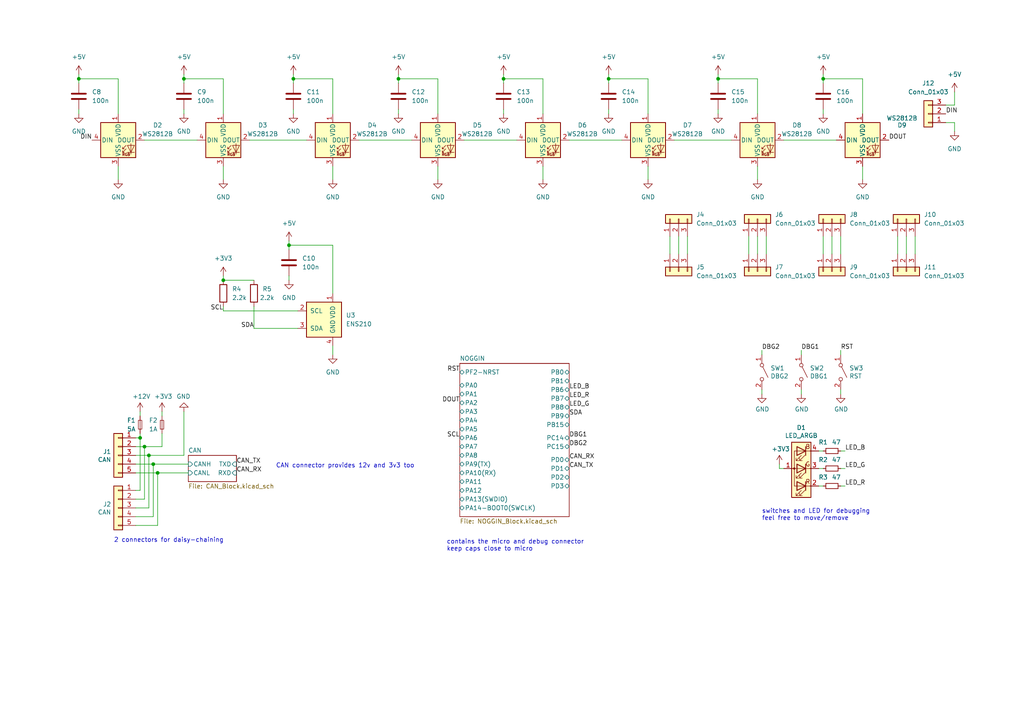
<source format=kicad_sch>
(kicad_sch (version 20211123) (generator eeschema)
  (paper "A4")
  (lib_symbols
    (symbol "Connector_Generic:Conn_01x03" (pin_names (offset 1.016) hide)
      (property "Reference" "J" (at 0 5.08 0))
      (property "Value" "Conn_01x03" (at 0 -5.08 0))
      (symbol "Conn_01x03_1_1"
        (rectangle (start -1.27 -2.413) (end 0 -2.667) (stroke (width 0.1524)))
        (rectangle (start -1.27 0.127) (end 0 -0.127) (stroke (width 0.1524)))
        (rectangle (start -1.27 2.667) (end 0 2.413) (stroke (width 0.1524)))
        (rectangle (start -1.27 3.81) (end 1.27 -3.81) (stroke (width 0.254)) (fill (type background)))
        (pin passive line (at -5.08 2.54 0) (length 3.81) (name "Pin_1") (number "1"))
        (pin passive line (at -5.08 0 0) (length 3.81) (name "Pin_2") (number "2"))
        (pin passive line (at -5.08 -2.54 0) (length 3.81) (name "Pin_3") (number "3"))
      )
    )
    (symbol "Connector_Generic:Conn_01x05" (pin_names (offset 1.016) hide)
      (property "Reference" "J" (at 0 7.62 0))
      (property "Value" "Conn_01x05" (at 0 -7.62 0))
      (symbol "Conn_01x05_1_1"
        (rectangle (start -1.27 -4.953) (end 0 -5.207) (stroke (width 0.1524)))
        (rectangle (start -1.27 -2.413) (end 0 -2.667) (stroke (width 0.1524)))
        (rectangle (start -1.27 0.127) (end 0 -0.127) (stroke (width 0.1524)))
        (rectangle (start -1.27 2.667) (end 0 2.413) (stroke (width 0.1524)))
        (rectangle (start -1.27 5.207) (end 0 4.953) (stroke (width 0.1524)))
        (rectangle (start -1.27 6.35) (end 1.27 -6.35) (stroke (width 0.254)) (fill (type background)))
        (pin passive line (at -5.08 5.08 0) (length 3.81) (name "Pin_1") (number "1"))
        (pin passive line (at -5.08 2.54 0) (length 3.81) (name "Pin_2") (number "2"))
        (pin passive line (at -5.08 0 0) (length 3.81) (name "Pin_3") (number "3"))
        (pin passive line (at -5.08 -2.54 0) (length 3.81) (name "Pin_4") (number "4"))
        (pin passive line (at -5.08 -5.08 0) (length 3.81) (name "Pin_5") (number "5"))
      )
    )
    (symbol "Device:C" (pin_numbers hide) (pin_names (offset 0.254))
      (property "Reference" "C" (at 0.635 2.54 0))
      (property "Value" "C" (at 0.635 -2.54 0))
      (symbol "C_0_1"
        (polyline (pts (xy -2.032 -0.762) (xy 2.032 -0.762)) (stroke (width 0.508)))
        (polyline (pts (xy -2.032 0.762) (xy 2.032 0.762)) (stroke (width 0.508)))
      )
      (symbol "C_1_1"
        (pin passive line (at 0 3.81 270) (length 2.794) (name "~") (number "1"))
        (pin passive line (at 0 -3.81 90) (length 2.794) (name "~") (number "2"))
      )
    )
    (symbol "Device:Fuse_Small" (pin_numbers hide) (pin_names (offset 0.254) hide)
      (property "Reference" "F" (at 0 -1.524 0))
      (property "Value" "Fuse_Small" (at 0 1.524 0))
      (symbol "Fuse_Small_0_1"
        (rectangle (start -1.27 0.508) (end 1.27 -0.508))
        (polyline (pts (xy -1.27 0) (xy 1.27 0)))
      )
      (symbol "Fuse_Small_1_1"
        (pin passive line (at -2.54 0 0) (length 1.27) (name "~") (number "1"))
        (pin passive line (at 2.54 0 180) (length 1.27) (name "~") (number "2"))
      )
    )
    (symbol "Device:LED_ARGB" (pin_names (offset 0) hide)
      (property "Reference" "D" (at 0 9.398 0))
      (property "Value" "LED_ARGB" (at 0 -8.89 0))
      (symbol "LED_ARGB_0_0"
        (text "B" (at -1.905 -6.35 0) (effects (font (size 1.27 1.27))))
        (text "G" (at -1.905 -1.27 0) (effects (font (size 1.27 1.27))))
        (text "R" (at -1.905 3.81 0) (effects (font (size 1.27 1.27))))
      )
      (symbol "LED_ARGB_0_1"
        (polyline (pts (xy -1.27 -5.08) (xy -2.54 -5.08)))
        (polyline (pts (xy -1.27 -5.08) (xy 1.27 -5.08)))
        (polyline (pts (xy -1.27 -3.81) (xy -1.27 -6.35)) (stroke (width 0.254)))
        (polyline (pts (xy -1.27 0) (xy -2.54 0)))
        (polyline (pts (xy -1.27 1.27) (xy -1.27 -1.27)) (stroke (width 0.254)))
        (polyline (pts (xy -1.27 5.08) (xy -2.54 5.08)))
        (polyline (pts (xy -1.27 5.08) (xy 1.27 5.08)))
        (polyline (pts (xy -1.27 6.35) (xy -1.27 3.81)) (stroke (width 0.254)))
        (polyline (pts (xy 1.27 0) (xy -1.27 0)))
        (polyline (pts (xy 1.27 0) (xy 2.54 0)))
        (polyline (pts (xy -1.27 1.27) (xy -1.27 -1.27) (xy -1.27 -1.27)))
        (polyline (pts (xy -1.27 6.35) (xy -1.27 3.81) (xy -1.27 3.81)))
        (polyline (pts (xy 1.27 -5.08) (xy 2.032 -5.08) (xy 2.032 5.08) (xy 1.27 5.08)))
        (polyline (pts (xy 1.27 -3.81) (xy 1.27 -6.35) (xy -1.27 -5.08) (xy 1.27 -3.81)) (stroke (width 0.254)))
        (polyline (pts (xy 1.27 1.27) (xy 1.27 -1.27) (xy -1.27 0) (xy 1.27 1.27)) (stroke (width 0.254)))
        (polyline (pts (xy 1.27 6.35) (xy 1.27 3.81) (xy -1.27 5.08) (xy 1.27 6.35)) (stroke (width 0.254)))
        (polyline (pts (xy -1.016 -3.81) (xy 0.508 -2.286) (xy -0.254 -2.286) (xy 0.508 -2.286) (xy 0.508 -3.048)))
        (polyline (pts (xy -1.016 1.27) (xy 0.508 2.794) (xy -0.254 2.794) (xy 0.508 2.794) (xy 0.508 2.032)))
        (polyline (pts (xy -1.016 6.35) (xy 0.508 7.874) (xy -0.254 7.874) (xy 0.508 7.874) (xy 0.508 7.112)))
        (polyline (pts (xy 0 -3.81) (xy 1.524 -2.286) (xy 0.762 -2.286) (xy 1.524 -2.286) (xy 1.524 -3.048)))
        (polyline (pts (xy 0 1.27) (xy 1.524 2.794) (xy 0.762 2.794) (xy 1.524 2.794) (xy 1.524 2.032)))
        (polyline (pts (xy 0 6.35) (xy 1.524 7.874) (xy 0.762 7.874) (xy 1.524 7.874) (xy 1.524 7.112)))
        (rectangle (start 1.27 -1.27) (end 1.27 1.27))
        (rectangle (start 1.27 1.27) (end 1.27 1.27))
        (rectangle (start 1.27 3.81) (end 1.27 6.35))
        (rectangle (start 1.27 6.35) (end 1.27 6.35))
        (circle (center 2.032 0) (radius 0.254) (fill (type outline)))
        (rectangle (start 2.794 8.382) (end -2.794 -7.62) (stroke (width 0.254)) (fill (type background)))
      )
      (symbol "LED_ARGB_1_1"
        (pin passive line (at 5.08 0 180) (length 2.54) (name "A") (number "1"))
        (pin passive line (at -5.08 5.08 0) (length 2.54) (name "RK") (number "2"))
        (pin passive line (at -5.08 0 0) (length 2.54) (name "GK") (number "3"))
        (pin passive line (at -5.08 -5.08 0) (length 2.54) (name "BK") (number "4"))
      )
    )
    (symbol "Device:R" (pin_numbers hide) (pin_names (offset 0))
      (property "Reference" "R" (at 2.032 0 90))
      (property "Value" "R" (at 0 0 90))
      (symbol "R_0_1"
        (rectangle (start -1.016 -2.54) (end 1.016 2.54) (stroke (width 0.254)))
      )
      (symbol "R_1_1"
        (pin passive line (at 0 3.81 270) (length 1.27) (name "~") (number "1"))
        (pin passive line (at 0 -3.81 90) (length 1.27) (name "~") (number "2"))
      )
    )
    (symbol "Device:R_Small" (pin_numbers hide) (pin_names (offset 0.254) hide)
      (property "Reference" "R" (at 0.762 0.508 0))
      (property "Value" "R_Small" (at 0.762 -1.016 0))
      (symbol "R_Small_0_1"
        (rectangle (start -0.762 1.778) (end 0.762 -1.778) (stroke (width 0.2032)))
      )
      (symbol "R_Small_1_1"
        (pin passive line (at 0 2.54 270) (length 0.762) (name "~") (number "1"))
        (pin passive line (at 0 -2.54 90) (length 0.762) (name "~") (number "2"))
      )
    )
    (symbol "LED:WS2812B" (pin_names (offset 0.254))
      (property "Reference" "D" (at 5.08 5.715 0))
      (property "Value" "WS2812B" (at 1.27 -5.715 0))
      (symbol "WS2812B_0_0"
        (text "RGB" (at 2.286 -4.191 0) (effects (font (size 0.762 0.762))))
      )
      (symbol "WS2812B_0_1"
        (polyline (pts (xy 1.27 -3.556) (xy 1.778 -3.556)))
        (polyline (pts (xy 1.27 -2.54) (xy 1.778 -2.54)))
        (polyline (pts (xy 4.699 -3.556) (xy 2.667 -3.556)))
        (polyline (pts (xy 2.286 -2.54) (xy 1.27 -3.556) (xy 1.27 -3.048)))
        (polyline (pts (xy 2.286 -1.524) (xy 1.27 -2.54) (xy 1.27 -2.032)))
        (polyline (pts (xy 3.683 -1.016) (xy 3.683 -3.556) (xy 3.683 -4.064)))
        (polyline (pts (xy 4.699 -1.524) (xy 2.667 -1.524) (xy 3.683 -3.556) (xy 4.699 -1.524)))
        (rectangle (start 5.08 5.08) (end -5.08 -5.08) (stroke (width 0.254)) (fill (type background)))
      )
      (symbol "WS2812B_1_1"
        (pin power_in line (at 0 7.62 270) (length 2.54) (name "VDD") (number "1"))
        (pin output line (at 7.62 0 180) (length 2.54) (name "DOUT") (number "2"))
        (pin power_in line (at 0 -7.62 90) (length 2.54) (name "VSS") (number "3"))
        (pin input line (at -7.62 0 0) (length 2.54) (name "DIN") (number "4"))
      )
    )
    (symbol "Sensor_Humidity:ENS210" (pin_names (offset 1.016))
      (property "Reference" "U" (at -7.62 10.16 0))
      (property "Value" "ENS210" (at -7.62 7.62 0))
      (symbol "ENS210_0_1"
        (rectangle (start -5.08 5.08) (end 5.08 -5.08) (stroke (width 0.254)) (fill (type background)))
      )
      (symbol "ENS210_1_1"
        (pin power_in line (at 2.54 7.62 270) (length 2.54) (name "VDD") (number "1"))
        (pin input line (at -7.62 2.54 0) (length 2.54) (name "SCL") (number "2"))
        (pin bidirectional line (at -7.62 -2.54 0) (length 2.54) (name "SDA") (number "3"))
        (pin power_in line (at 2.54 -7.62 90) (length 2.54) (name "GND") (number "4"))
        (pin passive line (at 2.54 -7.62 90) (length 2.54) hide (name "GND") (number "5"))
      )
    )
    (symbol "Switch:SW_SPST" (pin_names (offset 0) hide)
      (property "Reference" "SW" (at 0 3.175 0))
      (property "Value" "SW_SPST" (at 0 -2.54 0))
      (symbol "SW_SPST_0_0"
        (circle (center -2.032 0) (radius 0.508))
        (polyline (pts (xy -1.524 0.254) (xy 1.524 1.778)))
        (circle (center 2.032 0) (radius 0.508))
      )
      (symbol "SW_SPST_1_1"
        (pin passive line (at -5.08 0 0) (length 2.54) (name "A") (number "1"))
        (pin passive line (at 5.08 0 180) (length 2.54) (name "B") (number "2"))
      )
    )
    (symbol "power:+12V" (power) (pin_names (offset 0))
      (property "Value" "+12V" (at 0 3.556 0))
      (symbol "+12V_0_1"
        (polyline (pts (xy -0.762 1.27) (xy 0 2.54)))
        (polyline (pts (xy 0 0) (xy 0 2.54)))
        (polyline (pts (xy 0 2.54) (xy 0.762 1.27)))
      )
      (symbol "+12V_1_1"
        (pin power_in line (at 0 0 90) (length 0) hide (name "+12V") (number "1"))
      )
    )
    (symbol "power:+3.3V" (power) (pin_names (offset 0))
      (property "Value" "+3.3V" (at 0 3.556 0))
      (symbol "+3.3V_0_1"
        (polyline (pts (xy -0.762 1.27) (xy 0 2.54)))
        (polyline (pts (xy 0 0) (xy 0 2.54)))
        (polyline (pts (xy 0 2.54) (xy 0.762 1.27)))
      )
      (symbol "+3.3V_1_1"
        (pin power_in line (at 0 0 90) (length 0) hide (name "+3V3") (number "1"))
      )
    )
    (symbol "power:+3V3" (power) (pin_names (offset 0))
      (property "Value" "+3V3" (at 0 3.556 0))
      (symbol "+3V3_0_1"
        (polyline (pts (xy -0.762 1.27) (xy 0 2.54)))
        (polyline (pts (xy 0 0) (xy 0 2.54)))
        (polyline (pts (xy 0 2.54) (xy 0.762 1.27)))
      )
      (symbol "+3V3_1_1"
        (pin power_in line (at 0 0 90) (length 0) hide (name "+3V3") (number "1"))
      )
    )
    (symbol "power:+5V" (power) (pin_names (offset 0))
      (property "Value" "+5V" (at 0 3.556 0))
      (symbol "+5V_0_1"
        (polyline (pts (xy -0.762 1.27) (xy 0 2.54)))
        (polyline (pts (xy 0 0) (xy 0 2.54)))
        (polyline (pts (xy 0 2.54) (xy 0.762 1.27)))
      )
      (symbol "+5V_1_1"
        (pin power_in line (at 0 0 90) (length 0) hide (name "+5V") (number "1"))
      )
    )
    (symbol "power:GND" (power) (pin_names (offset 0))
      (property "Value" "GND" (at 0 -3.81 0))
      (symbol "GND_0_1"
        (polyline (pts (xy 0 0) (xy 0 -1.27) (xy 1.27 -1.27) (xy 0 -2.54) (xy -1.27 -1.27) (xy 0 -1.27)))
      )
      (symbol "GND_1_1"
        (pin power_in line (at 0 0 270) (length 0) hide (name "GND") (number "1"))
      )
    )
  )
  (junction (at 115.57 22.86))
  (junction (at 64.77 81.28))
  (junction (at 208.28 22.86))
  (junction (at 85.09 22.86))
  (junction (at 146.05 22.86))
  (junction (at 43.18 132.08))
  (junction (at 22.86 22.86))
  (junction (at 176.53 22.86))
  (junction (at 44.45 134.62))
  (junction (at 53.34 22.86))
  (junction (at 238.76 22.86))
  (junction (at 83.82 71.12))
  (junction (at 45.72 137.16))
  (junction (at 41.91 129.54))
  (junction (at 40.64 127))
  (wire (pts (xy 187.96 48.26) (xy 187.96 52.07)))
  (wire (pts (xy 127 22.86) (xy 115.57 22.86)))
  (wire (pts (xy 187.96 22.86) (xy 176.53 22.86)))
  (wire (pts (xy 83.82 71.12) (xy 83.82 72.39)))
  (wire (pts (xy 64.77 81.28) (xy 73.66 81.28)))
  (wire (pts (xy 226.06 134.62) (xy 226.06 135.89)))
  (wire (pts (xy 41.91 129.54) (xy 46.99 129.54)))
  (wire (pts (xy 157.48 22.86) (xy 146.05 22.86)))
  (wire (pts (xy 250.19 22.86) (xy 238.76 22.86)))
  (wire (pts (xy 64.77 80.01) (xy 64.77 81.28)))
  (wire (pts (xy 43.18 147.32) (xy 43.18 132.08)))
  (wire (pts (xy 53.34 132.08) (xy 53.34 119.38)))
  (wire (pts (xy 39.37 129.54) (xy 41.91 129.54)))
  (wire (pts (xy 73.66 95.25) (xy 86.36 95.25)))
  (wire (pts (xy 54.61 134.62) (xy 44.45 134.62)))
  (wire (pts (xy 157.48 33.02) (xy 157.48 22.86)))
  (wire (pts (xy 83.82 69.85) (xy 83.82 71.12)))
  (wire (pts (xy 127 33.02) (xy 127 22.86)))
  (wire (pts (xy 195.58 40.64) (xy 212.09 40.64)))
  (wire (pts (xy 208.28 31.75) (xy 208.28 33.02)))
  (wire (pts (xy 115.57 21.59) (xy 115.57 22.86)))
  (wire (pts (xy 96.52 22.86) (xy 85.09 22.86)))
  (wire (pts (xy 220.98 101.6) (xy 220.98 102.87)))
  (wire (pts (xy 45.72 137.16) (xy 54.61 137.16)))
  (wire (pts (xy 250.19 48.26) (xy 250.19 52.07)))
  (wire (pts (xy 260.35 68.58) (xy 260.35 73.66)))
  (wire (pts (xy 134.62 40.64) (xy 149.86 40.64)))
  (wire (pts (xy 237.49 140.97) (xy 238.76 140.97)))
  (wire (pts (xy 219.71 68.58) (xy 219.71 73.66)))
  (wire (pts (xy 96.52 48.26) (xy 96.52 52.07)))
  (wire (pts (xy 53.34 21.59) (xy 53.34 22.86)))
  (wire (pts (xy 276.86 30.48) (xy 274.32 30.48)))
  (wire (pts (xy 157.48 48.26) (xy 157.48 52.07)))
  (wire (pts (xy 238.76 22.86) (xy 238.76 24.13)))
  (wire (pts (xy 39.37 127) (xy 40.64 127)))
  (wire (pts (xy 115.57 31.75) (xy 115.57 33.02)))
  (wire (pts (xy 85.09 21.59) (xy 85.09 22.86)))
  (wire (pts (xy 85.09 22.86) (xy 85.09 24.13)))
  (wire (pts (xy 220.98 114.3) (xy 220.98 113.03)))
  (wire (pts (xy 64.77 48.26) (xy 64.77 52.07)))
  (wire (pts (xy 85.09 31.75) (xy 85.09 33.02)))
  (wire (pts (xy 115.57 22.86) (xy 115.57 24.13)))
  (wire (pts (xy 34.29 48.26) (xy 34.29 52.07)))
  (wire (pts (xy 39.37 142.24) (xy 40.64 142.24)))
  (wire (pts (xy 40.64 142.24) (xy 40.64 127)))
  (wire (pts (xy 44.45 149.86) (xy 44.45 134.62)))
  (wire (pts (xy 146.05 31.75) (xy 146.05 33.02)))
  (wire (pts (xy 208.28 21.59) (xy 208.28 22.86)))
  (wire (pts (xy 64.77 33.02) (xy 64.77 22.86)))
  (wire (pts (xy 176.53 21.59) (xy 176.53 22.86)))
  (wire (pts (xy 73.66 88.9) (xy 73.66 95.25)))
  (wire (pts (xy 40.64 127) (xy 40.64 125.73)))
  (wire (pts (xy 64.77 90.17) (xy 64.77 88.9)))
  (wire (pts (xy 238.76 31.75) (xy 238.76 33.02)))
  (wire (pts (xy 43.18 132.08) (xy 53.34 132.08)))
  (wire (pts (xy 276.86 26.67) (xy 276.86 30.48)))
  (wire (pts (xy 53.34 31.75) (xy 53.34 33.02)))
  (wire (pts (xy 187.96 33.02) (xy 187.96 22.86)))
  (wire (pts (xy 34.29 33.02) (xy 34.29 22.86)))
  (wire (pts (xy 243.84 114.3) (xy 243.84 113.03)))
  (wire (pts (xy 83.82 71.12) (xy 96.52 71.12)))
  (wire (pts (xy 243.84 140.97) (xy 245.11 140.97)))
  (wire (pts (xy 276.86 35.56) (xy 276.86 38.1)))
  (wire (pts (xy 238.76 21.59) (xy 238.76 22.86)))
  (wire (pts (xy 72.39 40.64) (xy 88.9 40.64)))
  (wire (pts (xy 96.52 100.33) (xy 96.52 102.87)))
  (wire (pts (xy 243.84 68.58) (xy 243.84 73.66)))
  (wire (pts (xy 219.71 33.02) (xy 219.71 22.86)))
  (wire (pts (xy 274.32 35.56) (xy 276.86 35.56)))
  (wire (pts (xy 104.14 40.64) (xy 119.38 40.64)))
  (wire (pts (xy 46.99 129.54) (xy 46.99 125.73)))
  (wire (pts (xy 262.89 68.58) (xy 262.89 73.66)))
  (wire (pts (xy 243.84 135.89) (xy 245.11 135.89)))
  (wire (pts (xy 46.99 120.65) (xy 46.99 119.38)))
  (wire (pts (xy 241.3 68.58) (xy 241.3 73.66)))
  (wire (pts (xy 44.45 134.62) (xy 39.37 134.62)))
  (wire (pts (xy 219.71 48.26) (xy 219.71 52.07)))
  (wire (pts (xy 39.37 149.86) (xy 44.45 149.86)))
  (wire (pts (xy 41.91 40.64) (xy 57.15 40.64)))
  (wire (pts (xy 39.37 137.16) (xy 45.72 137.16)))
  (wire (pts (xy 22.86 21.59) (xy 22.86 22.86)))
  (wire (pts (xy 34.29 22.86) (xy 22.86 22.86)))
  (wire (pts (xy 237.49 130.81) (xy 238.76 130.81)))
  (wire (pts (xy 83.82 80.01) (xy 83.82 81.28)))
  (wire (pts (xy 250.19 33.02) (xy 250.19 22.86)))
  (wire (pts (xy 165.1 40.64) (xy 180.34 40.64)))
  (wire (pts (xy 39.37 144.78) (xy 41.91 144.78)))
  (wire (pts (xy 127 48.26) (xy 127 52.07)))
  (wire (pts (xy 146.05 22.86) (xy 146.05 24.13)))
  (wire (pts (xy 238.76 68.58) (xy 238.76 73.66)))
  (wire (pts (xy 176.53 31.75) (xy 176.53 33.02)))
  (wire (pts (xy 146.05 21.59) (xy 146.05 22.86)))
  (wire (pts (xy 217.17 68.58) (xy 217.17 73.66)))
  (wire (pts (xy 96.52 71.12) (xy 96.52 85.09)))
  (wire (pts (xy 219.71 22.86) (xy 208.28 22.86)))
  (wire (pts (xy 243.84 130.81) (xy 245.11 130.81)))
  (wire (pts (xy 265.43 68.58) (xy 265.43 73.66)))
  (wire (pts (xy 39.37 132.08) (xy 43.18 132.08)))
  (wire (pts (xy 22.86 31.75) (xy 22.86 33.02)))
  (wire (pts (xy 208.28 22.86) (xy 208.28 24.13)))
  (wire (pts (xy 39.37 147.32) (xy 43.18 147.32)))
  (wire (pts (xy 232.41 114.3) (xy 232.41 113.03)))
  (wire (pts (xy 227.33 40.64) (xy 242.57 40.64)))
  (wire (pts (xy 45.72 152.4) (xy 45.72 137.16)))
  (wire (pts (xy 196.85 68.58) (xy 196.85 73.66)))
  (wire (pts (xy 40.64 120.65) (xy 40.64 119.38)))
  (wire (pts (xy 237.49 135.89) (xy 238.76 135.89)))
  (wire (pts (xy 194.31 68.58) (xy 194.31 73.66)))
  (wire (pts (xy 41.91 144.78) (xy 41.91 129.54)))
  (wire (pts (xy 39.37 152.4) (xy 45.72 152.4)))
  (wire (pts (xy 64.77 22.86) (xy 53.34 22.86)))
  (wire (pts (xy 96.52 33.02) (xy 96.52 22.86)))
  (wire (pts (xy 22.86 22.86) (xy 22.86 24.13)))
  (wire (pts (xy 243.84 101.6) (xy 243.84 102.87)))
  (wire (pts (xy 176.53 22.86) (xy 176.53 24.13)))
  (wire (pts (xy 232.41 101.6) (xy 232.41 102.87)))
  (wire (pts (xy 64.77 90.17) (xy 86.36 90.17)))
  (wire (pts (xy 199.39 68.58) (xy 199.39 73.66)))
  (wire (pts (xy 226.06 135.89) (xy 227.33 135.89)))
  (wire (pts (xy 53.34 22.86) (xy 53.34 24.13)))
  (wire (pts (xy 222.25 68.58) (xy 222.25 73.66)))
  (text "2 connectors for daisy-chaining" (at 33.02 157.48 0) (effects (font (size 1.27 1.27)) (justify left bottom)))
  (text "switches and LED for debugging\nfeel free to move/remove" (at 220.98 151.13 0) (effects (font (size 1.27 1.27)) (justify left bottom)))
  (text "CAN connector provides 12v and 3v3 too" (at 80.01 135.89 0) (effects (font (size 1.27 1.27)) (justify left bottom)))
  (text "contains the micro and debug connector\nkeep caps close to micro" (at 129.54 160.02 0) (effects (font (size 1.27 1.27)) (justify left bottom)))
  (label "SDA" (at 165.1 120.65 0))
  (label "SCL" (at 64.77 90.17 180))
  (label "CAN_RX" (at 165.1 133.35 0))
  (label "DOUT" (at 133.35 116.84 180))
  (label "LED_B" (at 245.11 130.81 0))
  (label "RST" (at 133.35 107.95 180))
  (label "CAN_RX" (at 68.58 137.16 0))
  (label "LED_R" (at 165.1 115.57 0))
  (label "LED_G" (at 165.1 118.11 0))
  (label "CAN_TX" (at 165.1 135.89 0))
  (label "SCL" (at 133.35 127 180))
  (label "LED_B" (at 165.1 113.03 0))
  (label "SDA" (at 73.66 95.25 180))
  (label "DBG1" (at 232.41 101.6 0))
  (label "LED_R" (at 245.11 140.97 0))
  (label "DIN" (at 274.32 33.02 0))
  (label "LED_G" (at 245.11 135.89 0))
  (label "DBG2" (at 220.98 101.6 0))
  (label "DIN" (at 26.67 40.64 180))
  (label "DBG1" (at 165.1 127 0))
  (label "CAN_TX" (at 68.58 134.62 0))
  (label "RST" (at 243.84 101.6 0))
  (label "DBG2" (at 165.1 129.54 0))
  (label "DOUT" (at 257.81 40.64 0))
  (symbol (lib_id "Switch:SW_SPST") (at 220.98 107.95 270) (unit 1)
    (property "Reference" "SW1" (at 223.4692 106.7816 90) (effects (justify left)))
    (property "Value" "DBG2" (at 223.4692 109.093 90) (effects (justify left)))
    (property "Footprint" "Button_Switch_SMD:SW_SPST_PTS810" (effects hide))
  )
  (symbol (lib_id "power:GND") (at 220.98 114.3 0) (unit 1)
    (property "Reference" "#PWR04" (effects hide))
    (property "Value" "GND" (at 221.107 118.6942 0))
  )
  (symbol (lib_id "Device:LED_ARGB") (at 232.41 135.89 180) (unit 1)
    (property "Reference" "D1" (at 232.41 124.0282 0))
    (property "Value" "LED_ARGB" (at 232.41 126.3396 0))
    (property "Footprint" "LED_SMD:LED_Cree-PLCC4_2x2mm_CW" (effects hide))
  )
  (symbol (lib_id "Device:R_Small") (at 241.3 130.81 270) (unit 1)
    (property "Reference" "R1" (at 238.76 128.27 90))
    (property "Value" "47" (at 242.57 128.27 90))
    (property "Footprint" "Resistor_SMD:R_0603_1608Metric" (effects hide))
  )
  (symbol (lib_id "Device:R_Small") (at 241.3 135.89 270) (unit 1)
    (property "Reference" "R2" (at 238.76 133.35 90))
    (property "Value" "47" (at 242.57 133.35 90))
    (property "Footprint" "Resistor_SMD:R_0603_1608Metric" (effects hide))
  )
  (symbol (lib_id "Device:R_Small") (at 241.3 140.97 270) (unit 1)
    (property "Reference" "R3" (at 238.76 138.43 90))
    (property "Value" "47" (at 242.57 138.43 90))
    (property "Footprint" "Resistor_SMD:R_0603_1608Metric" (effects hide))
  )
  (symbol (lib_id "power:+3V3") (at 226.06 134.62 0) (unit 1)
    (property "Reference" "#PWR05" (effects hide))
    (property "Value" "+3V3" (at 226.441 130.2258 0))
  )
  (symbol (lib_id "Connector_Generic:Conn_01x05") (at 34.29 132.08 0) (mirror y) (unit 1)
    (property "Reference" "J1" (at 32.258 131.0132 0) (effects (justify left)))
    (property "Value" "CAN" (at 32.258 133.3246 0) (effects (justify left)))
    (property "Footprint" "extraparts:Molex_DuraClik_Vert_5pin" (effects hide))
  )
  (symbol (lib_id "Connector_Generic:Conn_01x05") (at 34.29 147.32 0) (mirror y) (unit 1)
    (property "Reference" "J2" (at 32.258 146.2532 0) (effects (justify left)))
    (property "Value" "CAN" (at 32.258 148.5646 0) (effects (justify left)))
    (property "Footprint" "extraparts:Molex_DuraClik_Vert_5pin" (effects hide))
  )
  (symbol (lib_id "Device:Fuse_Small") (at 46.99 123.19 270) (unit 1)
    (property "Reference" "F2" (at 44.45 121.92 90))
    (property "Value" "1A" (at 44.45 124.46 90))
    (property "Footprint" "Fuse:Fuse_1206_3216Metric" (effects hide))
  )
  (symbol (lib_id "Device:Fuse_Small") (at 40.64 123.19 270) (unit 1)
    (property "Reference" "F1" (at 38.1 121.92 90))
    (property "Value" "5A" (at 38.1 124.46 90))
    (property "Footprint" "Fuse:Fuse_2920_7451Metric" (effects hide))
  )
  (symbol (lib_id "power:+12V") (at 40.64 119.38 0) (unit 1)
    (property "Reference" "#PWR01" (effects hide))
    (property "Value" "+12V" (at 41.021 114.9858 0))
  )
  (symbol (lib_id "power:GND") (at 53.34 119.38 180) (unit 1)
    (property "Reference" "#PWR03" (effects hide))
    (property "Value" "GND" (at 53.213 114.9858 0))
  )
  (symbol (lib_id "Switch:SW_SPST") (at 232.41 107.95 270) (unit 1)
    (property "Reference" "SW2" (at 234.8992 106.7816 90) (effects (justify left)))
    (property "Value" "DBG1" (at 234.8992 109.093 90) (effects (justify left)))
    (property "Footprint" "Button_Switch_SMD:SW_SPST_PTS810" (effects hide))
  )
  (symbol (lib_id "power:GND") (at 232.41 114.3 0) (unit 1)
    (property "Reference" "#PWR06" (effects hide))
    (property "Value" "GND" (at 232.537 118.6942 0))
  )
  (symbol (lib_id "Switch:SW_SPST") (at 243.84 107.95 270) (unit 1)
    (property "Reference" "SW3" (at 246.3292 106.7816 90) (effects (justify left)))
    (property "Value" "RST" (at 246.3292 109.093 90) (effects (justify left)))
    (property "Footprint" "Button_Switch_SMD:SW_SPST_PTS810" (effects hide))
  )
  (symbol (lib_id "power:GND") (at 243.84 114.3 0) (unit 1)
    (property "Reference" "#PWR07" (effects hide))
    (property "Value" "GND" (at 243.967 118.6942 0))
  )
  (symbol (lib_id "power:+3V3") (at 46.99 119.38 0) (unit 1)
    (property "Reference" "#PWR02" (effects hide))
    (property "Value" "+3V3" (at 47.371 114.9858 0))
  )
  (symbol (lib_id "Sensor_Humidity:ENS210") (at 93.98 92.71 0) (unit 1)
    (property "Reference" "U3" (at 100.33 91.4399 0) (effects (justify left)))
    (property "Value" "ENS210" (at 100.33 93.9799 0) (effects (justify left)))
    (property "Footprint" "Package_DFN_QFN:AMS_QFN-4-1EP_2x2mm_P0.95mm_EP0.7x1.6mm" (effects hide))
    (property "Datasheet" "http://ams.com/eng/Products/Environmental-Sensors/Relative-Humidity-and-Temperature-Sensors/ENS210" (effects hide))
  )
  (symbol (lib_id "Connector_Generic:Conn_01x03") (at 262.89 78.74 90) (mirror x) (unit 1)
    (property "Reference" "J11" (at 267.97 77.4699 90) (effects (justify right)))
    (property "Value" "Conn_01x03" (at 267.97 80.0099 90) (effects (justify right)))
  )
  (symbol (lib_id "power:+5V") (at 146.05 21.59 0) (unit 1)
    (property "Reference" "#PWR033" (effects hide))
    (property "Value" "+5V" (at 146.05 16.51 0))
  )
  (symbol (lib_id "power:+5V") (at 22.86 21.59 0) (unit 1)
    (property "Reference" "#PWR017" (effects hide))
    (property "Value" "+5V" (at 22.86 16.51 0))
  )
  (symbol (lib_id "Device:C") (at 115.57 27.94 0) (unit 1)
    (property "Reference" "C12" (at 119.38 26.6699 0) (effects (justify left)))
    (property "Value" "100n" (at 119.38 29.2099 0) (effects (justify left)))
    (property "Footprint" "Capacitor_SMD:C_1206_3216Metric" (effects hide))
  )
  (symbol (lib_id "power:+5V") (at 276.86 26.67 0) (unit 1)
    (property "Reference" "#PWR045" (effects hide))
    (property "Value" "+5V" (at 276.86 21.59 0))
  )
  (symbol (lib_id "power:GND") (at 34.29 52.07 0) (unit 1)
    (property "Reference" "#PWR019" (effects hide))
    (property "Value" "GND" (at 34.29 57.15 0))
  )
  (symbol (lib_id "power:GND") (at 53.34 33.02 0) (unit 1)
    (property "Reference" "#PWR021" (effects hide))
    (property "Value" "GND" (at 53.34 38.1 0))
  )
  (symbol (lib_id "Device:R") (at 64.77 85.09 0) (unit 1)
    (property "Reference" "R4" (at 67.31 83.8199 0) (effects (justify left)))
    (property "Value" "2.2k" (at 67.31 86.3599 0) (effects (justify left)))
    (property "Footprint" "Resistor_SMD:R_0603_1608Metric" (effects hide))
  )
  (symbol (lib_id "power:GND") (at 208.28 33.02 0) (unit 1)
    (property "Reference" "#PWR040" (effects hide))
    (property "Value" "GND" (at 208.28 38.1 0))
  )
  (symbol (lib_id "power:+5V") (at 115.57 21.59 0) (unit 1)
    (property "Reference" "#PWR030" (effects hide))
    (property "Value" "+5V" (at 115.57 16.51 0))
  )
  (symbol (lib_id "power:GND") (at 219.71 52.07 0) (unit 1)
    (property "Reference" "#PWR041" (effects hide))
    (property "Value" "GND" (at 219.71 57.15 0))
  )
  (symbol (lib_id "LED:WS2812B") (at 250.19 40.64 0) (unit 1)
    (property "Reference" "D9" (at 261.62 36.3093 0))
    (property "Value" "WS2812B" (at 261.62 34.29 0))
    (property "Footprint" "LED_SMD:LED_WS2812B_PLCC4_5.0x5.0mm_P3.2mm" (effects hide))
    (property "Datasheet" "https://cdn-shop.adafruit.com/datasheets/WS2812B.pdf" (effects hide))
  )
  (symbol (lib_id "LED:WS2812B") (at 96.52 40.64 0) (unit 1)
    (property "Reference" "D4" (at 107.95 36.3093 0))
    (property "Value" "WS2812B" (at 107.95 38.8493 0))
    (property "Footprint" "LED_SMD:LED_WS2812B_PLCC4_5.0x5.0mm_P3.2mm" (effects hide))
    (property "Datasheet" "https://cdn-shop.adafruit.com/datasheets/WS2812B.pdf" (effects hide))
  )
  (symbol (lib_id "Device:C") (at 146.05 27.94 0) (unit 1)
    (property "Reference" "C13" (at 149.86 26.6699 0) (effects (justify left)))
    (property "Value" "100n" (at 149.86 29.2099 0) (effects (justify left)))
    (property "Footprint" "Capacitor_SMD:C_1206_3216Metric" (effects hide))
  )
  (symbol (lib_id "LED:WS2812B") (at 64.77 40.64 0) (unit 1)
    (property "Reference" "D3" (at 76.2 36.3093 0))
    (property "Value" "WS2812B" (at 76.2 38.8493 0))
    (property "Footprint" "LED_SMD:LED_WS2812B_PLCC4_5.0x5.0mm_P3.2mm" (effects hide))
    (property "Datasheet" "https://cdn-shop.adafruit.com/datasheets/WS2812B.pdf" (effects hide))
  )
  (symbol (lib_id "power:GND") (at 85.09 33.02 0) (unit 1)
    (property "Reference" "#PWR027" (effects hide))
    (property "Value" "GND" (at 85.09 38.1 0))
  )
  (symbol (lib_id "power:GND") (at 276.86 38.1 0) (unit 1)
    (property "Reference" "#PWR046" (effects hide))
    (property "Value" "GND" (at 276.86 43.18 0))
  )
  (symbol (lib_id "LED:WS2812B") (at 157.48 40.64 0) (unit 1)
    (property "Reference" "D6" (at 168.91 36.3093 0))
    (property "Value" "WS2812B" (at 168.91 38.8493 0))
    (property "Footprint" "LED_SMD:LED_WS2812B_PLCC4_5.0x5.0mm_P3.2mm" (effects hide))
    (property "Datasheet" "https://cdn-shop.adafruit.com/datasheets/WS2812B.pdf" (effects hide))
  )
  (symbol (lib_id "power:+5V") (at 208.28 21.59 0) (unit 1)
    (property "Reference" "#PWR039" (effects hide))
    (property "Value" "+5V" (at 208.28 16.51 0))
  )
  (symbol (lib_id "Connector_Generic:Conn_01x03") (at 219.71 78.74 90) (mirror x) (unit 1)
    (property "Reference" "J7" (at 224.79 77.4699 90) (effects (justify right)))
    (property "Value" "Conn_01x03" (at 224.79 80.0099 90) (effects (justify right)))
  )
  (symbol (lib_id "Device:C") (at 208.28 27.94 0) (unit 1)
    (property "Reference" "C15" (at 212.09 26.6699 0) (effects (justify left)))
    (property "Value" "100n" (at 212.09 29.2099 0) (effects (justify left)))
    (property "Footprint" "Capacitor_SMD:C_1206_3216Metric" (effects hide))
  )
  (symbol (lib_id "power:GND") (at 96.52 102.87 0) (unit 1)
    (property "Reference" "#PWR029" (effects hide))
    (property "Value" "GND" (at 96.52 107.95 0))
  )
  (symbol (lib_id "power:GND") (at 96.52 52.07 0) (unit 1)
    (property "Reference" "#PWR028" (effects hide))
    (property "Value" "GND" (at 96.52 57.15 0))
  )
  (symbol (lib_id "power:GND") (at 157.48 52.07 0) (unit 1)
    (property "Reference" "#PWR035" (effects hide))
    (property "Value" "GND" (at 157.48 57.15 0))
  )
  (symbol (lib_id "power:GND") (at 22.86 33.02 0) (unit 1)
    (property "Reference" "#PWR018" (effects hide))
    (property "Value" "GND" (at 22.86 38.1 0))
  )
  (symbol (lib_id "Connector_Generic:Conn_01x03") (at 196.85 78.74 90) (mirror x) (unit 1)
    (property "Reference" "J5" (at 201.93 77.4699 90) (effects (justify right)))
    (property "Value" "Conn_01x03" (at 201.93 80.0099 90) (effects (justify right)))
  )
  (symbol (lib_id "power:GND") (at 146.05 33.02 0) (unit 1)
    (property "Reference" "#PWR034" (effects hide))
    (property "Value" "GND" (at 146.05 38.1 0))
  )
  (symbol (lib_id "power:GND") (at 250.19 52.07 0) (unit 1)
    (property "Reference" "#PWR044" (effects hide))
    (property "Value" "GND" (at 250.19 57.15 0))
  )
  (symbol (lib_id "LED:WS2812B") (at 34.29 40.64 0) (unit 1)
    (property "Reference" "D2" (at 45.72 36.3093 0))
    (property "Value" "WS2812B" (at 45.72 38.8493 0))
    (property "Footprint" "LED_SMD:LED_WS2812B_PLCC4_5.0x5.0mm_P3.2mm" (effects hide))
    (property "Datasheet" "https://cdn-shop.adafruit.com/datasheets/WS2812B.pdf" (effects hide))
  )
  (symbol (lib_id "power:GND") (at 64.77 52.07 0) (unit 1)
    (property "Reference" "#PWR022" (effects hide))
    (property "Value" "GND" (at 64.77 57.15 0))
  )
  (symbol (lib_id "LED:WS2812B") (at 219.71 40.64 0) (unit 1)
    (property "Reference" "D8" (at 231.14 36.3093 0))
    (property "Value" "WS2812B" (at 231.14 38.8493 0))
    (property "Footprint" "LED_SMD:LED_WS2812B_PLCC4_5.0x5.0mm_P3.2mm" (effects hide))
    (property "Datasheet" "https://cdn-shop.adafruit.com/datasheets/WS2812B.pdf" (effects hide))
  )
  (symbol (lib_id "power:GND") (at 238.76 33.02 0) (unit 1)
    (property "Reference" "#PWR043" (effects hide))
    (property "Value" "GND" (at 238.76 38.1 0))
  )
  (symbol (lib_id "Device:C") (at 83.82 76.2 0) (unit 1)
    (property "Reference" "C10" (at 87.63 74.9299 0) (effects (justify left)))
    (property "Value" "100n" (at 87.63 77.4699 0) (effects (justify left)))
    (property "Footprint" "Capacitor_SMD:C_1206_3216Metric" (effects hide))
  )
  (symbol (lib_id "power:+5V") (at 83.82 69.85 0) (unit 1)
    (property "Reference" "#PWR024" (effects hide))
    (property "Value" "+5V" (at 83.82 64.77 0))
  )
  (symbol (lib_id "Connector_Generic:Conn_01x03") (at 196.85 63.5 90) (unit 1)
    (property "Reference" "J4" (at 201.93 62.2299 90) (effects (justify right)))
    (property "Value" "Conn_01x03" (at 201.93 64.7699 90) (effects (justify right)))
  )
  (symbol (lib_id "Device:C") (at 85.09 27.94 0) (unit 1)
    (property "Reference" "C11" (at 88.9 26.6699 0) (effects (justify left)))
    (property "Value" "100n" (at 88.9 29.2099 0) (effects (justify left)))
    (property "Footprint" "Capacitor_SMD:C_1206_3216Metric" (effects hide))
  )
  (symbol (lib_id "power:GND") (at 187.96 52.07 0) (unit 1)
    (property "Reference" "#PWR038" (effects hide))
    (property "Value" "GND" (at 187.96 57.15 0))
  )
  (symbol (lib_id "power:GND") (at 176.53 33.02 0) (unit 1)
    (property "Reference" "#PWR037" (effects hide))
    (property "Value" "GND" (at 176.53 38.1 0))
  )
  (symbol (lib_id "Connector_Generic:Conn_01x03") (at 241.3 78.74 90) (mirror x) (unit 1)
    (property "Reference" "J9" (at 246.38 77.4699 90) (effects (justify right)))
    (property "Value" "Conn_01x03" (at 246.38 80.0099 90) (effects (justify right)))
  )
  (symbol (lib_id "Device:R") (at 73.66 85.09 0) (unit 1)
    (property "Reference" "R5" (at 77.47 83.82 0))
    (property "Value" "2.2k" (at 77.47 86.36 0))
    (property "Footprint" "Resistor_SMD:R_0603_1608Metric" (effects hide))
  )
  (symbol (lib_id "Device:C") (at 22.86 27.94 0) (unit 1)
    (property "Reference" "C8" (at 26.67 26.6699 0) (effects (justify left)))
    (property "Value" "100n" (at 26.67 29.2099 0) (effects (justify left)))
    (property "Footprint" "Capacitor_SMD:C_1206_3216Metric" (effects hide))
  )
  (symbol (lib_id "power:GND") (at 127 52.07 0) (unit 1)
    (property "Reference" "#PWR032" (effects hide))
    (property "Value" "GND" (at 127 57.15 0))
  )
  (symbol (lib_id "power:GND") (at 115.57 33.02 0) (unit 1)
    (property "Reference" "#PWR031" (effects hide))
    (property "Value" "GND" (at 115.57 38.1 0))
  )
  (symbol (lib_id "power:+5V") (at 176.53 21.59 0) (unit 1)
    (property "Reference" "#PWR036" (effects hide))
    (property "Value" "+5V" (at 176.53 16.51 0))
  )
  (symbol (lib_id "power:+5V") (at 85.09 21.59 0) (unit 1)
    (property "Reference" "#PWR026" (effects hide))
    (property "Value" "+5V" (at 85.09 16.51 0))
  )
  (symbol (lib_id "Device:C") (at 176.53 27.94 0) (unit 1)
    (property "Reference" "C14" (at 180.34 26.6699 0) (effects (justify left)))
    (property "Value" "100n" (at 180.34 29.2099 0) (effects (justify left)))
    (property "Footprint" "Capacitor_SMD:C_1206_3216Metric" (effects hide))
  )
  (symbol (lib_id "power:+3.3V") (at 64.77 80.01 0) (unit 1)
    (property "Reference" "#PWR023" (effects hide))
    (property "Value" "+3.3V" (at 64.77 74.93 0))
  )
  (symbol (lib_id "LED:WS2812B") (at 127 40.64 0) (unit 1)
    (property "Reference" "D5" (at 138.43 36.3093 0))
    (property "Value" "WS2812B" (at 138.43 38.8493 0))
    (property "Footprint" "LED_SMD:LED_WS2812B_PLCC4_5.0x5.0mm_P3.2mm" (effects hide))
    (property "Datasheet" "https://cdn-shop.adafruit.com/datasheets/WS2812B.pdf" (effects hide))
  )
  (symbol (lib_id "LED:WS2812B") (at 187.96 40.64 0) (unit 1)
    (property "Reference" "D7" (at 199.39 36.3093 0))
    (property "Value" "WS2812B" (at 199.39 38.8493 0))
    (property "Footprint" "LED_SMD:LED_WS2812B_PLCC4_5.0x5.0mm_P3.2mm" (effects hide))
    (property "Datasheet" "https://cdn-shop.adafruit.com/datasheets/WS2812B.pdf" (effects hide))
  )
  (symbol (lib_id "power:+5V") (at 238.76 21.59 0) (unit 1)
    (property "Reference" "#PWR042" (effects hide))
    (property "Value" "+5V" (at 238.76 16.51 0))
  )
  (symbol (lib_id "Connector_Generic:Conn_01x03") (at 219.71 63.5 90) (unit 1)
    (property "Reference" "J6" (at 224.79 62.2299 90) (effects (justify right)))
    (property "Value" "Conn_01x03" (at 224.79 64.7699 90) (effects (justify right)))
  )
  (symbol (lib_id "Connector_Generic:Conn_01x03") (at 241.3 63.5 90) (unit 1)
    (property "Reference" "J8" (at 246.38 62.2299 90) (effects (justify right)))
    (property "Value" "Conn_01x03" (at 246.38 64.7699 90) (effects (justify right)))
  )
  (symbol (lib_id "Device:C") (at 238.76 27.94 0) (unit 1)
    (property "Reference" "C16" (at 242.57 26.6699 0) (effects (justify left)))
    (property "Value" "100n" (at 242.57 29.2099 0) (effects (justify left)))
    (property "Footprint" "Capacitor_SMD:C_1206_3216Metric" (effects hide))
  )
  (symbol (lib_id "Connector_Generic:Conn_01x03") (at 269.24 33.02 180) (unit 1)
    (property "Reference" "J12" (at 269.24 24.13 0))
    (property "Value" "Conn_01x03" (at 269.24 26.67 0))
  )
  (symbol (lib_id "power:+5V") (at 53.34 21.59 0) (unit 1)
    (property "Reference" "#PWR020" (effects hide))
    (property "Value" "+5V" (at 53.34 16.51 0))
  )
  (symbol (lib_id "Connector_Generic:Conn_01x03") (at 262.89 63.5 90) (unit 1)
    (property "Reference" "J10" (at 267.97 62.2299 90) (effects (justify right)))
    (property "Value" "Conn_01x03" (at 267.97 64.7699 90) (effects (justify right)))
  )
  (symbol (lib_id "power:GND") (at 83.82 81.28 0) (unit 1)
    (property "Reference" "#PWR025" (effects hide))
    (property "Value" "GND" (at 83.82 86.36 0))
  )
  (symbol (lib_id "Device:C") (at 53.34 27.94 0) (unit 1)
    (property "Reference" "C9" (at 57.15 26.6699 0) (effects (justify left)))
    (property "Value" "100n" (at 57.15 29.2099 0) (effects (justify left)))
    (property "Footprint" "Capacitor_SMD:C_1206_3216Metric" (effects hide))
  )
  (sheet (at 54.61 132.08) (size 13.97 7.62)
    (property "Sheet name" "CAN" (at 54.61 131.3684 0) (effects (justify left bottom)))
    (property "Sheet file" "CAN_Block.kicad_sch" (at 54.61 140.2846 0) (effects (justify left top)))
    (pin "TXD" input (at 68.58 134.62 0))
    (pin "RXD" input (at 68.58 137.16 0))
    (pin "CANH" input (at 54.61 134.62 180))
    (pin "CANL" input (at 54.61 137.16 180))
  )
  (sheet (at 133.35 105.41) (size 31.75 44.45)
    (property "Sheet name" "NOGGIN" (at 133.35 104.6984 0) (effects (justify left bottom)))
    (property "Sheet file" "NOGGIN_Block.kicad_sch" (at 133.35 150.4446 0) (effects (justify left top)))
    (pin "PA0" bidirectional (at 133.35 111.76 180))
    (pin "PA1" bidirectional (at 133.35 114.3 180))
    (pin "PA2" bidirectional (at 133.35 116.84 180))
    (pin "PF2-NRST" bidirectional (at 133.35 107.95 180))
    (pin "PA3" bidirectional (at 133.35 119.38 180))
    (pin "PA4" bidirectional (at 133.35 121.92 180))
    (pin "PA5" bidirectional (at 133.35 124.46 180))
    (pin "PA6" bidirectional (at 133.35 127 180))
    (pin "PA7" bidirectional (at 133.35 129.54 180))
    (pin "PB0" bidirectional (at 165.1 107.95 0))
    (pin "PB1" bidirectional (at 165.1 110.49 0))
    (pin "PB6" bidirectional (at 165.1 113.03 0))
    (pin "PB7" bidirectional (at 165.1 115.57 0))
    (pin "PB8" bidirectional (at 165.1 118.11 0))
    (pin "PB9" bidirectional (at 165.1 120.65 0))
    (pin "PB15" bidirectional (at 165.1 123.19 0))
    (pin "PC14" bidirectional (at 165.1 127 0))
    (pin "PC15" bidirectional (at 165.1 129.54 0))
    (pin "PA14-BOOT0(SWCLK)" bidirectional (at 133.35 147.32 180))
    (pin "PA8" bidirectional (at 133.35 132.08 180))
    (pin "PA9(TX)" bidirectional (at 133.35 134.62 180))
    (pin "PA10(RX)" bidirectional (at 133.35 137.16 180))
    (pin "PA11" bidirectional (at 133.35 139.7 180))
    (pin "PA12" bidirectional (at 133.35 142.24 180))
    (pin "PA13(SWDIO)" bidirectional (at 133.35 144.78 180))
    (pin "PD0" bidirectional (at 165.1 133.35 0))
    (pin "PD1" bidirectional (at 165.1 135.89 0))
    (pin "PD2" bidirectional (at 165.1 138.43 0))
    (pin "PD3" bidirectional (at 165.1 140.97 0))
  )
)
</source>
